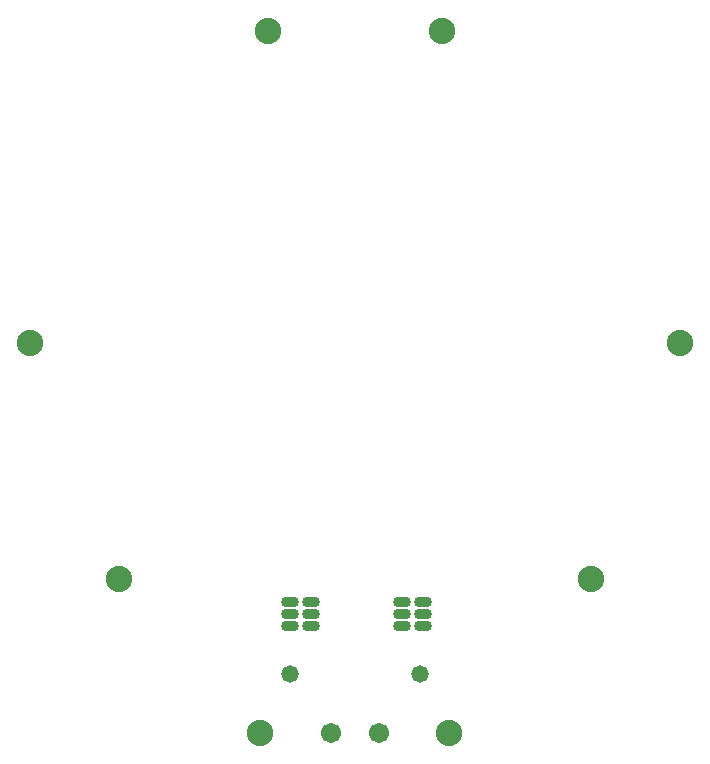
<source format=gts>
G04*
G04 #@! TF.GenerationSoftware,Altium Limited,Altium Designer,22.10.1 (41)*
G04*
G04 Layer_Color=8388736*
%FSLAX25Y25*%
%MOIN*%
G70*
G04*
G04 #@! TF.SameCoordinates,FB2E412C-4C94-422A-880B-86203416BC3E*
G04*
G04*
G04 #@! TF.FilePolarity,Negative*
G04*
G01*
G75*
%ADD12C,0.08800*%
%ADD13O,0.05918X0.03556*%
%ADD14C,0.05800*%
%ADD15C,0.06706*%
D12*
X-31496Y7874D02*
D03*
X31496D02*
D03*
X78740Y59055D02*
D03*
X-78740D02*
D03*
X108268Y137795D02*
D03*
X-108268D02*
D03*
X-29134Y241732D02*
D03*
X29134D02*
D03*
D13*
X-14800Y43300D02*
D03*
D03*
D03*
D03*
X-21800D02*
D03*
D03*
Y47300D02*
D03*
D03*
D03*
Y43300D02*
D03*
D03*
Y47300D02*
D03*
Y51300D02*
D03*
X-14800Y47300D02*
D03*
Y51300D02*
D03*
X15800Y43300D02*
D03*
D03*
D03*
D03*
X22700D02*
D03*
D03*
D03*
D03*
X-14800Y47300D02*
D03*
D03*
D03*
X15800D02*
D03*
D03*
D03*
D03*
X22700D02*
D03*
D03*
D03*
D03*
Y51300D02*
D03*
X15800D02*
D03*
X-21800D02*
D03*
D03*
D03*
X-14800D02*
D03*
D03*
D03*
X15800D02*
D03*
D03*
D03*
X22700D02*
D03*
D03*
D03*
D14*
X-21654Y27559D02*
D03*
X21654D02*
D03*
D15*
X-7874Y7874D02*
D03*
X7874D02*
D03*
M02*

</source>
